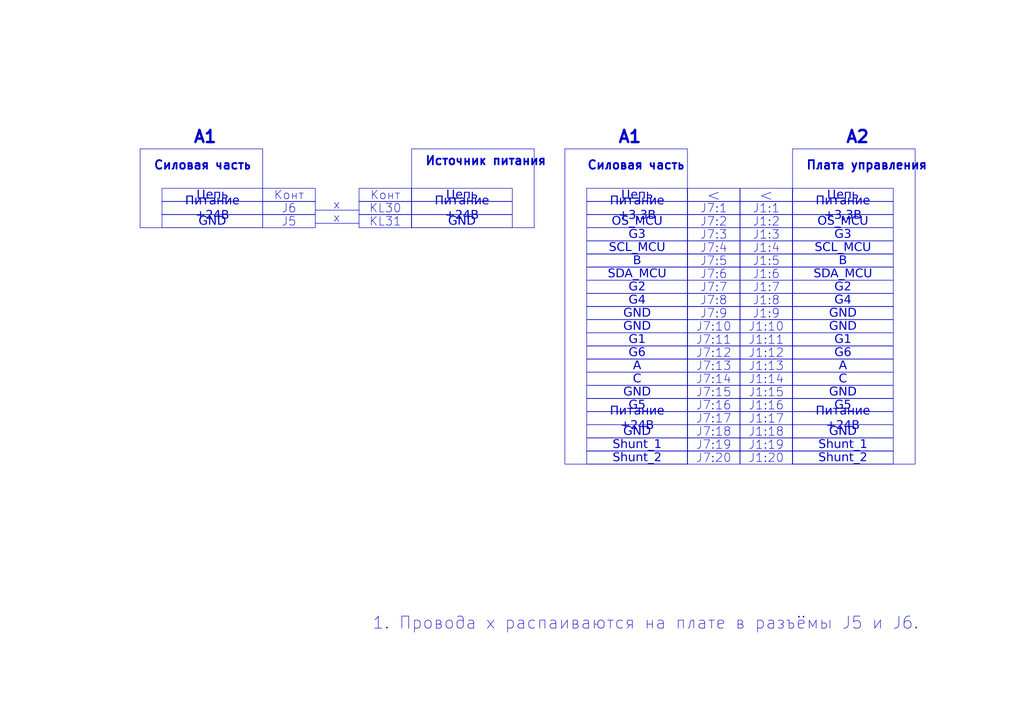
<source format=kicad_sch>
(kicad_sch (version 20230121) (generator eeschema)
  (paper "A4")
  (title_block (company "Московский Политех") (comment 1 "МПСТ.76721.758764.01.Э3.М"))
  (lib_symbols)
  (polyline (pts (xy 91.44 64.77) (xy 104.14 64.77)))
  (polyline (pts (xy 91.44 60.96) (xy 104.14 60.96)))
  (rectangle (start 229.87 43.18) (end 265.43 134.62))
  (rectangle (start 40.64 43.18) (end 76.2 66.04))
  (rectangle (start 119.38 43.18) (end 154.94 66.04))
  (rectangle (start 163.83 43.18) (end 199.39 134.62))
  (text_box "GND" (at 170.18 111.76 0) (size 29.21 3.81) (effects (font (size 2.5 2.5))))
  (text_box "Shunt_2" (at 170.18 130.81 0) (size 29.21 3.81) (effects (font (size 2.5 2.5))))
  (text_box "J1:11" (at 214.63 96.52 0) (size 15.24 3.81) (effects (font (size 2.5 2.5))))
  (text_box "J1:15" (at 214.63 111.76 0) (size 15.24 3.81) (effects (font (size 2.5 2.5))))
  (text_box "GND" (at 170.18 92.71 0) (size 29.21 3.81) (effects (font (size 2.5 2.5))))
  (text_box "J7:19" (at 199.39 127 0) (size 15.24 3.81) (effects (font (size 2.5 2.5))))
  (text_box "Shunt_1" (at 229.87 127 0) (size 29.21 3.81) (effects (font (size 2.5 2.5))))
  (text_box "Питание +24В" (at 229.87 119.38 0) (size 29.21 3.81) (effects (font (size 2.5 2.5))))
  (text_box "J1:6" (at 214.63 77.47 0) (size 15.24 3.81) (effects (font (size 2.5 2.5))))
  (text_box "OS_MCU" (at 229.87 62.23 0) (size 29.21 3.81) (effects (font (size 2.5 2.5))))
  (text_box "J7:11\n" (at 199.39 96.52 0) (size 15.24 3.81) (effects (font (size 2.5 2.5))))
  (text_box "G1" (at 170.18 96.52 0) (size 29.21 3.81) (effects (font (size 2.5 2.5))))
  (text_box "J1:16" (at 214.63 115.57 0) (size 15.24 3.81) (effects (font (size 2.5 2.5))))
  (text_box "GND" (at 46.99 62.23 0) (size 29.21 3.81) (effects (font (size 2.5 2.5))))
  (text_box "J1:1" (at 214.63 58.42 0) (size 15.24 3.81) (effects (font (size 2.5 2.5))))
  (text_box "OS_MCU" (at 170.18 62.23 0) (size 29.21 3.81) (effects (font (size 2.5 2.5))))
  (text_box "G2\n" (at 229.87 81.28 0) (size 29.21 3.81) (effects (font (size 2.5 2.5))))
  (text_box "<" (at 199.39 54.61 0) (size 15.24 3.81) (effects (font (size 3.5 3.5))))
  (text_box "KL31" (at 104.14 62.23 0) (size 15.24 3.81) (effects (font (size 2.5 2.5))))
  (text_box "<" (at 214.63 54.61 0) (size 15.24 3.81) (effects (font (size 3.5 3.5))))
  (text_box "B" (at 170.18 73.66 0) (size 29.21 3.81) (effects (font (size 2.5 2.5))))
  (text_box "J7:9" (at 199.39 88.9 0) (size 15.24 3.81) (effects (font (size 2.5 2.5))))
  (text_box "Цепь" (at 170.18 54.61 0) (size 29.21 3.81) (effects (font (size 2.5 2.5))))
  (text_box "J7:12" (at 199.39 100.33 0) (size 15.24 3.81) (effects (font (size 2.5 2.5))))
  (text_box "Питание +3,3В" (at 170.18 58.42 0) (size 29.21 3.81) (effects (font (size 2.5 2.5))))
  (text_box "J1:8" (at 214.63 85.09 0) (size 15.24 3.81) (effects (font (size 2.5 2.5))))
  (text_box "J7:18" (at 199.39 123.19 0) (size 15.24 3.81) (effects (font (size 2.5 2.5))))
  (text_box "Цепь" (at 229.87 54.61 0) (size 29.21 3.81) (effects (font (size 2.5 2.5))))
  (text_box "J1:17" (at 214.63 119.38 0) (size 15.24 3.81) (effects (font (size 2.5 2.5))))
  (text_box "J1:9" (at 214.63 88.9 0) (size 15.24 3.81) (effects (font (size 2.5 2.5))))
  (text_box "J1:5" (at 214.63 73.66 0) (size 15.24 3.81) (effects (font (size 2.5 2.5))))
  (text_box "KL30" (at 104.14 58.42 0) (size 15.24 3.81) (effects (font (size 2.5 2.5))))
  (text_box "GND" (at 170.18 123.19 0) (size 29.21 3.81) (effects (font (size 2.5 2.5))))
  (text_box "J1:12" (at 214.63 100.33 0) (size 15.24 3.81) (effects (font (size 2.5 2.5))))
  (text_box "Цепь" (at 46.99 54.61 0) (size 29.21 3.81) (effects (font (size 2.5 2.5))))
  (text_box "Конт" (at 104.14 54.61 0) (size 15.24 3.81) (effects (font (size 2.5 2.5))))
  (text_box "Питание +3,3В" (at 229.87 58.42 0) (size 29.21 3.81) (effects (font (size 2.5 2.5))))
  (text_box "J7:20" (at 199.39 130.81 0) (size 15.24 3.81) (effects (font (size 2.5 2.5))))
  (text_box "Питание +24В" (at 46.99 58.42 0) (size 29.21 3.81) (effects (font (size 2.5 2.5))))
  (text_box "J1:19" (at 214.63 127 0) (size 15.24 3.81) (effects (font (size 2.5 2.5))))
  (text_box "J7:15" (at 199.39 111.76 0) (size 15.24 3.81) (effects (font (size 2.5 2.5))))
  (text_box "J7:7" (at 199.39 81.28 0) (size 15.24 3.81) (effects (font (size 2.5 2.5))))
  (text_box "G1" (at 229.87 96.52 0) (size 29.21 3.81) (effects (font (size 2.5 2.5))))
  (text_box "J1:3" (at 214.63 66.04 0) (size 15.24 3.81) (effects (font (size 2.5 2.5))))
  (text_box "Питание +24В" (at 170.18 119.38 0) (size 29.21 3.81) (effects (font (size 2.5 2.5))))
  (text_box "J7:4" (at 199.39 69.85 0) (size 15.24 3.81) (effects (font (size 2.5 2.5))))
  (text_box "J1:4" (at 214.63 69.85 0) (size 15.24 3.81) (effects (font (size 2.5 2.5))))
  (text_box "G3" (at 229.87 66.04 0) (size 29.21 3.81) (effects (font (size 2.5 2.5))))
  (text_box "G5" (at 229.87 115.57 0) (size 29.21 3.81) (effects (font (size 2.5 2.5))))
  (text_box "GND" (at 229.87 92.71 0) (size 29.21 3.81) (effects (font (size 2.5 2.5))))
  (text_box "J1:2" (at 214.63 62.23 0) (size 15.24 3.81) (effects (font (size 2.5 2.5))))
  (text_box "GND" (at 229.87 88.9 0) (size 29.21 3.81) (effects (font (size 2.5 2.5))))
  (text_box "J6" (at 76.2 58.42 0) (size 15.24 3.81) (effects (font (size 2.5 2.5))))
  (text_box "J7:8" (at 199.39 85.09 0) (size 15.24 3.81) (effects (font (size 2.5 2.5))))
  (text_box "C" (at 229.87 107.95 0) (size 29.21 3.81) (effects (font (size 2.5 2.5))))
  (text_box "C" (at 170.18 107.95 0) (size 29.21 3.81) (effects (font (size 2.5 2.5))))
  (text_box "G5" (at 170.18 115.57 0) (size 29.21 3.81) (effects (font (size 2.5 2.5))))
  (text_box "SCL_MCU" (at 229.87 69.85 0) (size 29.21 3.81) (effects (font (size 2.5 2.5))))
  (text_box "J1:13" (at 214.63 104.14 0) (size 15.24 3.81) (effects (font (size 2.5 2.5))))
  (text_box "G4" (at 229.87 85.09 0) (size 29.21 3.81) (effects (font (size 2.5 2.5))))
  (text_box "Цепь" (at 119.38 54.61 0) (size 29.21 3.81) (effects (font (size 2.5 2.5))))
  (text_box "A" (at 229.87 104.14 0) (size 29.21 3.81) (effects (font (size 2.5 2.5))))
  (text_box "J7:13" (at 199.39 104.14 0) (size 15.24 3.81) (effects (font (size 2.5 2.5))))
  (text_box "Shunt_2" (at 229.87 130.81 0) (size 29.21 3.81) (effects (font (size 2.5 2.5))))
  (text_box "GND" (at 170.18 88.9 0) (size 29.21 3.81) (effects (font (size 2.5 2.5))))
  (text_box "G3" (at 170.18 66.04 0) (size 29.21 3.81) (effects (font (size 2.5 2.5))))
  (text_box "J1:20" (at 214.63 130.81 0) (size 15.24 3.81) (effects (font (size 2.5 2.5))))
  (text_box "J7:3\n" (at 199.39 66.04 0) (size 15.24 3.81) (effects (font (size 2.5 2.5))))
  (text_box "Питание +24В" (at 119.38 58.42 0) (size 29.21 3.81) (effects (font (size 2.5 2.5))))
  (text_box "B" (at 229.87 73.66 0) (size 29.21 3.81) (effects (font (size 2.5 2.5))))
  (text_box "G6" (at 229.87 100.33 0) (size 29.21 3.81) (effects (font (size 2.5 2.5))))
  (text_box "J1:7" (at 214.63 81.28 0) (size 15.24 3.81) (effects (font (size 2.5 2.5))))
  (text_box "J5" (at 76.2 62.23 0) (size 15.24 3.81) (effects (font (size 2.5 2.5))))
  (text_box "J7:1" (at 199.39 58.42 0) (size 15.24 3.81) (effects (font (size 2.5 2.5))))
  (text_box "J7:6" (at 199.39 77.47 0) (size 15.24 3.81) (effects (font (size 2.5 2.5))))
  (text_box "G6" (at 170.18 100.33 0) (size 29.21 3.81) (effects (font (size 2.5 2.5))))
  (text_box "SCL_MCU" (at 170.18 69.85 0) (size 29.21 3.81) (effects (font (size 2.5 2.5))))
  (text_box "SDA_MCU" (at 170.18 77.47 0) (size 29.21 3.81) (effects (font (size 2.5 2.5))))
  (text_box "GND" (at 119.38 62.23 0) (size 29.21 3.81) (effects (font (size 2.5 2.5))))
  (text_box "J7:14" (at 199.39 107.95 0) (size 15.24 3.81) (effects (font (size 2.5 2.5))))
  (text_box "GND" (at 229.87 123.19 0) (size 29.21 3.81) (effects (font (size 2.5 2.5))))
  (text_box "J7:10" (at 199.39 92.71 0) (size 15.24 3.81) (effects (font (size 2.5 2.5))))
  (text_box "Конт" (at 76.2 54.61 0) (size 15.24 3.81) (effects (font (size 2.5 2.5))))
  (text_box "J7:2\n" (at 199.39 62.23 0) (size 15.24 3.81) (effects (font (size 2.5 2.5))))
  (text_box "J7:16" (at 199.39 115.57 0) (size 15.24 3.81) (effects (font (size 2.5 2.5))))
  (text_box "J1:10" (at 214.63 92.71 0) (size 15.24 3.81) (effects (font (size 2.5 2.5))))
  (text_box "J7:5\n" (at 199.39 73.66 0) (size 15.24 3.81) (effects (font (size 2.5 2.5))))
  (text_box "G4" (at 170.18 85.09 0) (size 29.21 3.81) (effects (font (size 2.5 2.5))))
  (text_box "Shunt_1" (at 170.18 127 0) (size 29.21 3.81) (effects (font (size 2.5 2.5))))
  (text_box "A" (at 170.18 104.14 0) (size 29.21 3.81) (effects (font (size 2.5 2.5))))
  (text_box "SDA_MCU" (at 229.87 77.47 0) (size 29.21 3.81) (effects (font (size 2.5 2.5))))
  (text_box "J1:14" (at 214.63 107.95 0) (size 15.24 3.81) (effects (font (size 2.5 2.5))))
  (text_box "J1:18" (at 214.63 123.19 0) (size 15.24 3.81) (effects (font (size 2.5 2.5))))
  (text_box "GND" (at 229.87 111.76 0) (size 29.21 3.81) (effects (font (size 2.5 2.5))))
  (text_box "J7:17" (at 199.39 119.38 0) (size 15.24 3.81) (effects (font (size 2.5 2.5))))
  (text_box "G2\n" (at 170.18 81.28 0) (size 29.21 3.81) (effects (font (size 2.5 2.5))))
  (text "Силовая часть" (at 170.18 49.53 0) (effects (font (size 2.5 2.5) (thickness 0.5) bold) (justify left bottom)))
  (text "Источник питания" (at 123.19 48.26 0) (effects (font (size 2.5 2.5) (thickness 0.5) bold) (justify left bottom)))
  (text "А1" (at 179.07 41.91 0) (effects (font (size 3.5 3.5) (thickness 0.7) bold) (justify left bottom)))
  (text "Плата управления" (at 233.68 49.53 0) (effects (font (size 2.5 2.5) (thickness 0.5) bold) (justify left bottom)))
  (text "A2" (at 245.11 41.91 0) (effects (font (size 3.5 3.5) (thickness 0.7) bold) (justify left bottom)))
  (text "x" (at 96.52 64.77 0) (effects (font (size 2.5 2.5)) (justify left bottom)))
  (text "x" (at 96.52 60.96 0) (effects (font (size 2.5 2.5)) (justify left bottom)))
  (text "Силовая часть" (at 44.45 49.53 0) (effects (font (size 2.5 2.5) (thickness 0.5) bold) (justify left bottom)))
  (text "А1" (at 55.88 41.91 0) (effects (font (size 3.5 3.5) (thickness 0.7) bold) (justify left bottom)))
  (text "1. Провода х распаиваются на плате в разъёмы J5 и J6." (at 107.95 182.88 0) (effects (font (size 3.5 3.5)) (justify left bottom)))
)
</source>
